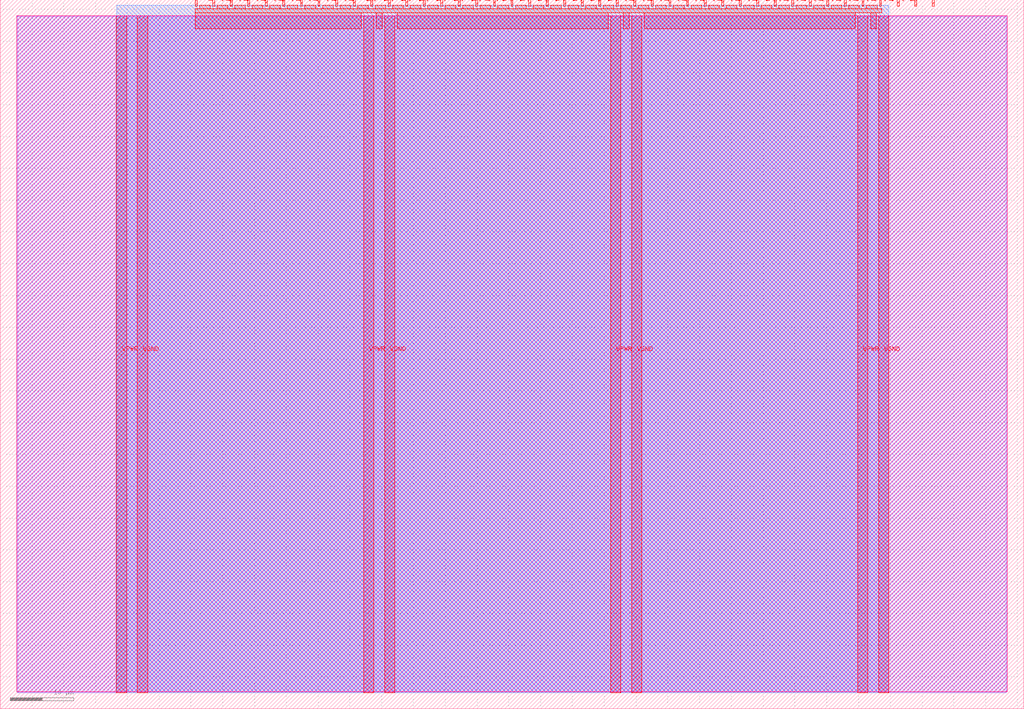
<source format=lef>
VERSION 5.7 ;
  NOWIREEXTENSIONATPIN ON ;
  DIVIDERCHAR "/" ;
  BUSBITCHARS "[]" ;
MACRO tt_um_wokwi_422960130190575617
  CLASS BLOCK ;
  FOREIGN tt_um_wokwi_422960130190575617 ;
  ORIGIN 0.000 0.000 ;
  SIZE 161.000 BY 111.520 ;
  PIN VGND
    DIRECTION INOUT ;
    USE GROUND ;
    PORT
      LAYER met4 ;
        RECT 21.580 2.480 23.180 109.040 ;
    END
    PORT
      LAYER met4 ;
        RECT 60.450 2.480 62.050 109.040 ;
    END
    PORT
      LAYER met4 ;
        RECT 99.320 2.480 100.920 109.040 ;
    END
    PORT
      LAYER met4 ;
        RECT 138.190 2.480 139.790 109.040 ;
    END
  END VGND
  PIN VPWR
    DIRECTION INOUT ;
    USE POWER ;
    PORT
      LAYER met4 ;
        RECT 18.280 2.480 19.880 109.040 ;
    END
    PORT
      LAYER met4 ;
        RECT 57.150 2.480 58.750 109.040 ;
    END
    PORT
      LAYER met4 ;
        RECT 96.020 2.480 97.620 109.040 ;
    END
    PORT
      LAYER met4 ;
        RECT 134.890 2.480 136.490 109.040 ;
    END
  END VPWR
  PIN clk
    DIRECTION INPUT ;
    USE SIGNAL ;
    PORT
      LAYER met4 ;
        RECT 143.830 110.520 144.130 111.520 ;
    END
  END clk
  PIN ena
    DIRECTION INPUT ;
    USE SIGNAL ;
    PORT
      LAYER met4 ;
        RECT 146.590 110.520 146.890 111.520 ;
    END
  END ena
  PIN rst_n
    DIRECTION INPUT ;
    USE SIGNAL ;
    PORT
      LAYER met4 ;
        RECT 141.070 110.520 141.370 111.520 ;
    END
  END rst_n
  PIN ui_in[0]
    DIRECTION INPUT ;
    USE SIGNAL ;
    ANTENNAGATEAREA 0.196500 ;
    PORT
      LAYER met4 ;
        RECT 138.310 110.520 138.610 111.520 ;
    END
  END ui_in[0]
  PIN ui_in[1]
    DIRECTION INPUT ;
    USE SIGNAL ;
    ANTENNAGATEAREA 0.196500 ;
    PORT
      LAYER met4 ;
        RECT 135.550 110.520 135.850 111.520 ;
    END
  END ui_in[1]
  PIN ui_in[2]
    DIRECTION INPUT ;
    USE SIGNAL ;
    ANTENNAGATEAREA 0.196500 ;
    PORT
      LAYER met4 ;
        RECT 132.790 110.520 133.090 111.520 ;
    END
  END ui_in[2]
  PIN ui_in[3]
    DIRECTION INPUT ;
    USE SIGNAL ;
    ANTENNAGATEAREA 0.196500 ;
    PORT
      LAYER met4 ;
        RECT 130.030 110.520 130.330 111.520 ;
    END
  END ui_in[3]
  PIN ui_in[4]
    DIRECTION INPUT ;
    USE SIGNAL ;
    ANTENNAGATEAREA 0.196500 ;
    PORT
      LAYER met4 ;
        RECT 127.270 110.520 127.570 111.520 ;
    END
  END ui_in[4]
  PIN ui_in[5]
    DIRECTION INPUT ;
    USE SIGNAL ;
    PORT
      LAYER met4 ;
        RECT 124.510 110.520 124.810 111.520 ;
    END
  END ui_in[5]
  PIN ui_in[6]
    DIRECTION INPUT ;
    USE SIGNAL ;
    ANTENNAGATEAREA 0.196500 ;
    PORT
      LAYER met4 ;
        RECT 121.750 110.520 122.050 111.520 ;
    END
  END ui_in[6]
  PIN ui_in[7]
    DIRECTION INPUT ;
    USE SIGNAL ;
    ANTENNAGATEAREA 0.196500 ;
    PORT
      LAYER met4 ;
        RECT 118.990 110.520 119.290 111.520 ;
    END
  END ui_in[7]
  PIN uio_in[0]
    DIRECTION INPUT ;
    USE SIGNAL ;
    PORT
      LAYER met4 ;
        RECT 116.230 110.520 116.530 111.520 ;
    END
  END uio_in[0]
  PIN uio_in[1]
    DIRECTION INPUT ;
    USE SIGNAL ;
    PORT
      LAYER met4 ;
        RECT 113.470 110.520 113.770 111.520 ;
    END
  END uio_in[1]
  PIN uio_in[2]
    DIRECTION INPUT ;
    USE SIGNAL ;
    PORT
      LAYER met4 ;
        RECT 110.710 110.520 111.010 111.520 ;
    END
  END uio_in[2]
  PIN uio_in[3]
    DIRECTION INPUT ;
    USE SIGNAL ;
    PORT
      LAYER met4 ;
        RECT 107.950 110.520 108.250 111.520 ;
    END
  END uio_in[3]
  PIN uio_in[4]
    DIRECTION INPUT ;
    USE SIGNAL ;
    PORT
      LAYER met4 ;
        RECT 105.190 110.520 105.490 111.520 ;
    END
  END uio_in[4]
  PIN uio_in[5]
    DIRECTION INPUT ;
    USE SIGNAL ;
    PORT
      LAYER met4 ;
        RECT 102.430 110.520 102.730 111.520 ;
    END
  END uio_in[5]
  PIN uio_in[6]
    DIRECTION INPUT ;
    USE SIGNAL ;
    PORT
      LAYER met4 ;
        RECT 99.670 110.520 99.970 111.520 ;
    END
  END uio_in[6]
  PIN uio_in[7]
    DIRECTION INPUT ;
    USE SIGNAL ;
    PORT
      LAYER met4 ;
        RECT 96.910 110.520 97.210 111.520 ;
    END
  END uio_in[7]
  PIN uio_oe[0]
    DIRECTION OUTPUT ;
    USE SIGNAL ;
    PORT
      LAYER met4 ;
        RECT 49.990 110.520 50.290 111.520 ;
    END
  END uio_oe[0]
  PIN uio_oe[1]
    DIRECTION OUTPUT ;
    USE SIGNAL ;
    PORT
      LAYER met4 ;
        RECT 47.230 110.520 47.530 111.520 ;
    END
  END uio_oe[1]
  PIN uio_oe[2]
    DIRECTION OUTPUT ;
    USE SIGNAL ;
    PORT
      LAYER met4 ;
        RECT 44.470 110.520 44.770 111.520 ;
    END
  END uio_oe[2]
  PIN uio_oe[3]
    DIRECTION OUTPUT ;
    USE SIGNAL ;
    PORT
      LAYER met4 ;
        RECT 41.710 110.520 42.010 111.520 ;
    END
  END uio_oe[3]
  PIN uio_oe[4]
    DIRECTION OUTPUT ;
    USE SIGNAL ;
    PORT
      LAYER met4 ;
        RECT 38.950 110.520 39.250 111.520 ;
    END
  END uio_oe[4]
  PIN uio_oe[5]
    DIRECTION OUTPUT ;
    USE SIGNAL ;
    PORT
      LAYER met4 ;
        RECT 36.190 110.520 36.490 111.520 ;
    END
  END uio_oe[5]
  PIN uio_oe[6]
    DIRECTION OUTPUT ;
    USE SIGNAL ;
    PORT
      LAYER met4 ;
        RECT 33.430 110.520 33.730 111.520 ;
    END
  END uio_oe[6]
  PIN uio_oe[7]
    DIRECTION OUTPUT ;
    USE SIGNAL ;
    PORT
      LAYER met4 ;
        RECT 30.670 110.520 30.970 111.520 ;
    END
  END uio_oe[7]
  PIN uio_out[0]
    DIRECTION OUTPUT ;
    USE SIGNAL ;
    PORT
      LAYER met4 ;
        RECT 72.070 110.520 72.370 111.520 ;
    END
  END uio_out[0]
  PIN uio_out[1]
    DIRECTION OUTPUT ;
    USE SIGNAL ;
    PORT
      LAYER met4 ;
        RECT 69.310 110.520 69.610 111.520 ;
    END
  END uio_out[1]
  PIN uio_out[2]
    DIRECTION OUTPUT ;
    USE SIGNAL ;
    PORT
      LAYER met4 ;
        RECT 66.550 110.520 66.850 111.520 ;
    END
  END uio_out[2]
  PIN uio_out[3]
    DIRECTION OUTPUT ;
    USE SIGNAL ;
    PORT
      LAYER met4 ;
        RECT 63.790 110.520 64.090 111.520 ;
    END
  END uio_out[3]
  PIN uio_out[4]
    DIRECTION OUTPUT ;
    USE SIGNAL ;
    PORT
      LAYER met4 ;
        RECT 61.030 110.520 61.330 111.520 ;
    END
  END uio_out[4]
  PIN uio_out[5]
    DIRECTION OUTPUT ;
    USE SIGNAL ;
    PORT
      LAYER met4 ;
        RECT 58.270 110.520 58.570 111.520 ;
    END
  END uio_out[5]
  PIN uio_out[6]
    DIRECTION OUTPUT ;
    USE SIGNAL ;
    PORT
      LAYER met4 ;
        RECT 55.510 110.520 55.810 111.520 ;
    END
  END uio_out[6]
  PIN uio_out[7]
    DIRECTION OUTPUT ;
    USE SIGNAL ;
    PORT
      LAYER met4 ;
        RECT 52.750 110.520 53.050 111.520 ;
    END
  END uio_out[7]
  PIN uo_out[0]
    DIRECTION OUTPUT ;
    USE SIGNAL ;
    ANTENNADIFFAREA 0.445500 ;
    PORT
      LAYER met4 ;
        RECT 94.150 110.520 94.450 111.520 ;
    END
  END uo_out[0]
  PIN uo_out[1]
    DIRECTION OUTPUT ;
    USE SIGNAL ;
    ANTENNADIFFAREA 0.795200 ;
    PORT
      LAYER met4 ;
        RECT 91.390 110.520 91.690 111.520 ;
    END
  END uo_out[1]
  PIN uo_out[2]
    DIRECTION OUTPUT ;
    USE SIGNAL ;
    ANTENNADIFFAREA 0.795200 ;
    PORT
      LAYER met4 ;
        RECT 88.630 110.520 88.930 111.520 ;
    END
  END uo_out[2]
  PIN uo_out[3]
    DIRECTION OUTPUT ;
    USE SIGNAL ;
    PORT
      LAYER met4 ;
        RECT 85.870 110.520 86.170 111.520 ;
    END
  END uo_out[3]
  PIN uo_out[4]
    DIRECTION OUTPUT ;
    USE SIGNAL ;
    PORT
      LAYER met4 ;
        RECT 83.110 110.520 83.410 111.520 ;
    END
  END uo_out[4]
  PIN uo_out[5]
    DIRECTION OUTPUT ;
    USE SIGNAL ;
    PORT
      LAYER met4 ;
        RECT 80.350 110.520 80.650 111.520 ;
    END
  END uo_out[5]
  PIN uo_out[6]
    DIRECTION OUTPUT ;
    USE SIGNAL ;
    ANTENNADIFFAREA 0.795200 ;
    PORT
      LAYER met4 ;
        RECT 77.590 110.520 77.890 111.520 ;
    END
  END uo_out[6]
  PIN uo_out[7]
    DIRECTION OUTPUT ;
    USE SIGNAL ;
    PORT
      LAYER met4 ;
        RECT 74.830 110.520 75.130 111.520 ;
    END
  END uo_out[7]
  OBS
      LAYER nwell ;
        RECT 2.570 2.635 158.430 108.990 ;
      LAYER li1 ;
        RECT 2.760 2.635 158.240 108.885 ;
      LAYER met1 ;
        RECT 2.760 2.480 158.240 109.040 ;
      LAYER met2 ;
        RECT 18.310 2.535 139.760 110.685 ;
      LAYER met3 ;
        RECT 18.290 2.555 139.780 110.665 ;
      LAYER met4 ;
        RECT 31.370 110.120 33.030 110.665 ;
        RECT 34.130 110.120 35.790 110.665 ;
        RECT 36.890 110.120 38.550 110.665 ;
        RECT 39.650 110.120 41.310 110.665 ;
        RECT 42.410 110.120 44.070 110.665 ;
        RECT 45.170 110.120 46.830 110.665 ;
        RECT 47.930 110.120 49.590 110.665 ;
        RECT 50.690 110.120 52.350 110.665 ;
        RECT 53.450 110.120 55.110 110.665 ;
        RECT 56.210 110.120 57.870 110.665 ;
        RECT 58.970 110.120 60.630 110.665 ;
        RECT 61.730 110.120 63.390 110.665 ;
        RECT 64.490 110.120 66.150 110.665 ;
        RECT 67.250 110.120 68.910 110.665 ;
        RECT 70.010 110.120 71.670 110.665 ;
        RECT 72.770 110.120 74.430 110.665 ;
        RECT 75.530 110.120 77.190 110.665 ;
        RECT 78.290 110.120 79.950 110.665 ;
        RECT 81.050 110.120 82.710 110.665 ;
        RECT 83.810 110.120 85.470 110.665 ;
        RECT 86.570 110.120 88.230 110.665 ;
        RECT 89.330 110.120 90.990 110.665 ;
        RECT 92.090 110.120 93.750 110.665 ;
        RECT 94.850 110.120 96.510 110.665 ;
        RECT 97.610 110.120 99.270 110.665 ;
        RECT 100.370 110.120 102.030 110.665 ;
        RECT 103.130 110.120 104.790 110.665 ;
        RECT 105.890 110.120 107.550 110.665 ;
        RECT 108.650 110.120 110.310 110.665 ;
        RECT 111.410 110.120 113.070 110.665 ;
        RECT 114.170 110.120 115.830 110.665 ;
        RECT 116.930 110.120 118.590 110.665 ;
        RECT 119.690 110.120 121.350 110.665 ;
        RECT 122.450 110.120 124.110 110.665 ;
        RECT 125.210 110.120 126.870 110.665 ;
        RECT 127.970 110.120 129.630 110.665 ;
        RECT 130.730 110.120 132.390 110.665 ;
        RECT 133.490 110.120 135.150 110.665 ;
        RECT 136.250 110.120 137.910 110.665 ;
        RECT 30.655 109.440 138.625 110.120 ;
        RECT 30.655 106.935 56.750 109.440 ;
        RECT 59.150 106.935 60.050 109.440 ;
        RECT 62.450 106.935 95.620 109.440 ;
        RECT 98.020 106.935 98.920 109.440 ;
        RECT 101.320 106.935 134.490 109.440 ;
        RECT 136.890 106.935 137.790 109.440 ;
  END
END tt_um_wokwi_422960130190575617
END LIBRARY


</source>
